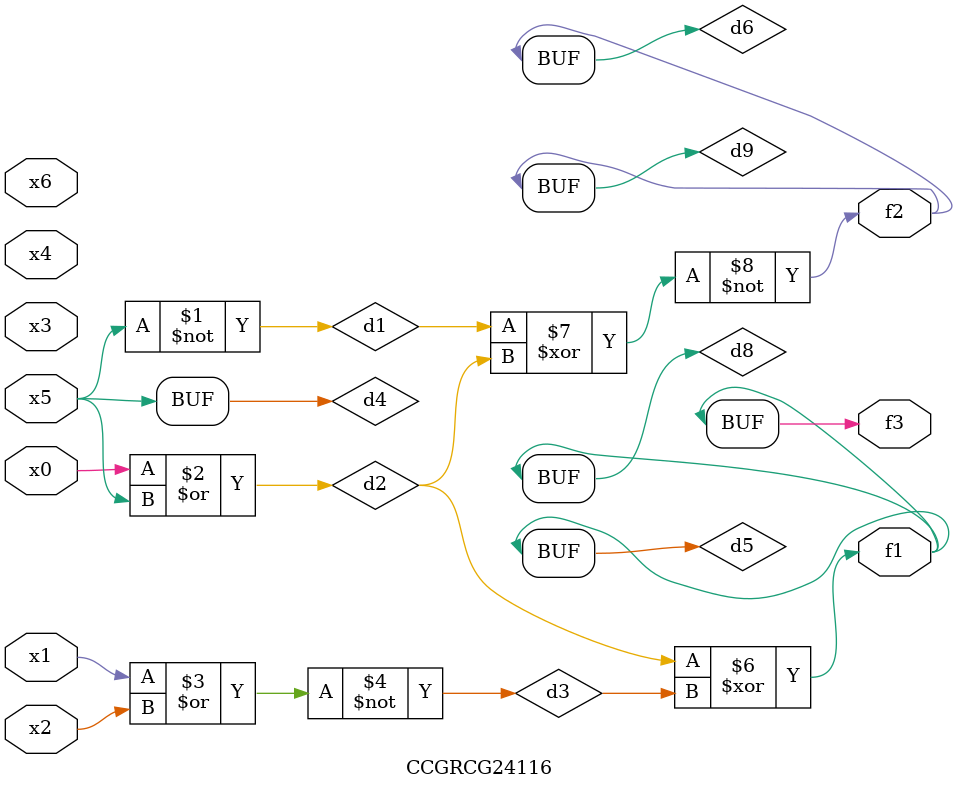
<source format=v>
module CCGRCG24116(
	input x0, x1, x2, x3, x4, x5, x6,
	output f1, f2, f3
);

	wire d1, d2, d3, d4, d5, d6, d7, d8, d9;

	nand (d1, x5);
	or (d2, x0, x5);
	nor (d3, x1, x2);
	xnor (d4, d1);
	xor (d5, d2, d3);
	xnor (d6, d1, d2);
	not (d7, x4);
	buf (d8, d5);
	xor (d9, d6);
	assign f1 = d8;
	assign f2 = d9;
	assign f3 = d8;
endmodule

</source>
